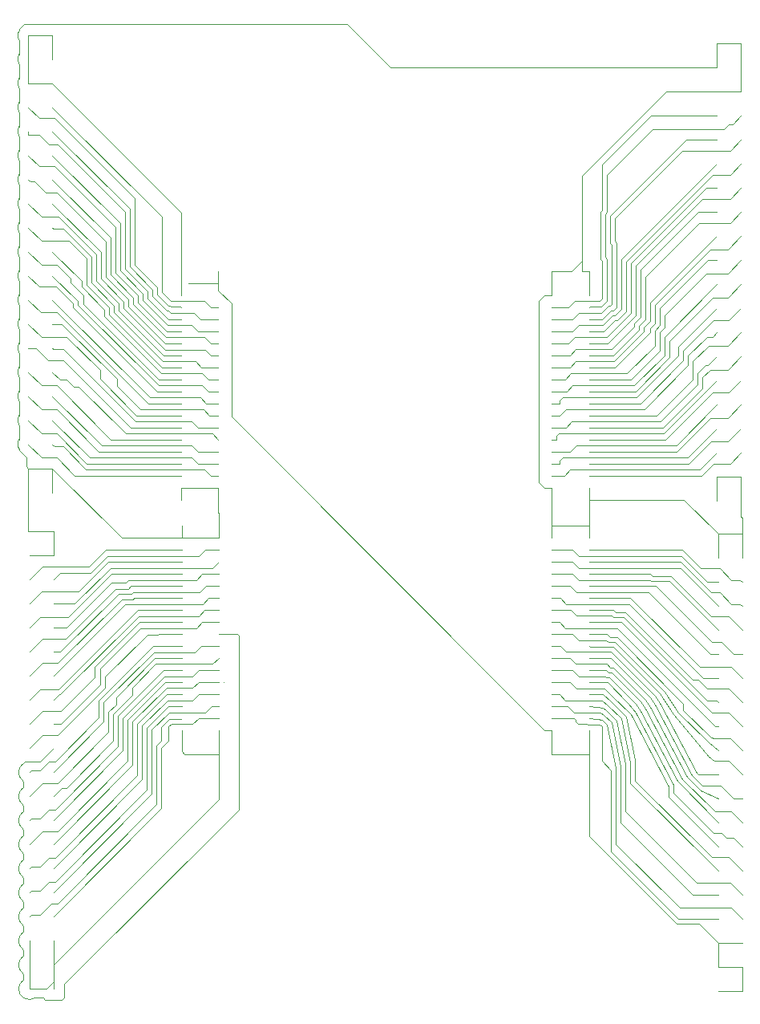
<source format=gtl>
G04*
G04 #@! TF.GenerationSoftware,Altium Limited,Altium Designer,24.0.1 (36)*
G04*
G04 Layer_Physical_Order=1*
G04 Layer_Color=255*
%FSLAX44Y44*%
%MOMM*%
G71*
G04*
G04 #@! TF.SameCoordinates,0A1429B2-28BD-4406-9712-C9141F762160*
G04*
G04*
G04 #@! TF.FilePolarity,Positive*
G04*
G01*
G75*
D10*
X666750Y1188540D02*
G03*
X666750Y1178360I10100J-5090D01*
G01*
Y1137740D02*
G03*
X666750Y1127560I10100J-5090D01*
G01*
Y1061540D02*
G03*
X666750Y1051360I10100J-5090D01*
G01*
Y1264740D02*
G03*
X666750Y1254560I10100J-5090D01*
G01*
Y1036140D02*
G03*
X666750Y1025960I10100J-5090D01*
G01*
Y985340D02*
G03*
X666750Y975160I10100J-5090D01*
G01*
Y934540D02*
G03*
X666750Y924360I10100J-5090D01*
G01*
Y1010740D02*
G03*
X666750Y1000560I10100J-5090D01*
G01*
Y909140D02*
G03*
X666750Y898960I10100J-5090D01*
G01*
Y883740D02*
G03*
X666750Y873560I10100J-5090D01*
G01*
Y1086940D02*
G03*
X666750Y1076760I10100J-5090D01*
G01*
Y1112340D02*
G03*
X666750Y1102160I10100J-5090D01*
G01*
X665956Y1288089D02*
G03*
X666750Y1279960I10894J-3039D01*
G01*
Y858340D02*
G03*
X665954Y850220I10100J-5090D01*
G01*
X666750Y1239340D02*
G03*
X666750Y1229160I10100J-5090D01*
G01*
Y959940D02*
G03*
X666750Y949760I10100J-5090D01*
G01*
Y1163140D02*
G03*
X666750Y1152960I10100J-5090D01*
G01*
Y1213940D02*
G03*
X666750Y1203760I10100J-5090D01*
G01*
X1396484Y523123D02*
G03*
X1398514Y521255I8616J7327D01*
G01*
X670728Y516036D02*
G03*
X670728Y498464I7122J-8786D01*
G01*
X670817Y498375D02*
G03*
X670816Y498376I-1796J-1796D01*
G01*
X670816Y490725D02*
X670817Y490725D01*
X670816Y439925D02*
X670817Y439925D01*
X670728Y465236D02*
G03*
X670728Y447664I7122J-8786D01*
G01*
X670816Y414525D02*
X670817Y414525D01*
Y422175D02*
G03*
X670816Y422176I-1796J-1796D01*
G01*
X670817Y447575D02*
G03*
X670816Y447576I-1796J-1796D01*
G01*
X670817Y320575D02*
G03*
X670816Y320576I-1796J-1796D01*
G01*
X670816Y312925D02*
X670817Y312925D01*
Y345975D02*
G03*
X670816Y345976I-1796J-1796D01*
G01*
X670728Y312836D02*
G03*
X670728Y295264I7122J-8786D01*
G01*
X670728Y414436D02*
G03*
X670728Y396864I7122J-8786D01*
G01*
X670816Y465325D02*
X670817Y465325D01*
Y295175D02*
G03*
X670816Y295176I-1796J-1796D01*
G01*
X670728Y338236D02*
G03*
X670728Y320664I7122J-8786D01*
G01*
X670817Y396775D02*
G03*
X670816Y396776I-1796J-1796D01*
G01*
X670816Y516125D02*
X670817Y516125D01*
X670816Y363725D02*
X670817Y363725D01*
X670728Y439836D02*
G03*
X670728Y422264I7122J-8786D01*
G01*
X670816Y338325D02*
X670817Y338325D01*
X670728Y389036D02*
G03*
X670728Y371464I7122J-8786D01*
G01*
X670728Y490636D02*
G03*
X670728Y473064I7122J-8786D01*
G01*
X670728Y287436D02*
G03*
X671564Y269247I7122J-8786D01*
G01*
X670817Y371375D02*
G03*
X670816Y371376I-1796J-1796D01*
G01*
X670816Y389125D02*
X670817Y389125D01*
Y472975D02*
G03*
X670816Y472976I-1796J-1796D01*
G01*
X670728Y363636D02*
G03*
X670728Y346064I7122J-8786D01*
G01*
X671564Y269247D02*
G03*
X684139Y269250I6285J9403D01*
G01*
X666750Y1112340D02*
Y1127560D01*
Y1264740D02*
Y1279960D01*
Y1239340D02*
Y1254560D01*
Y1086940D02*
Y1102160D01*
Y934540D02*
Y949760D01*
Y1137740D02*
Y1152960D01*
Y1163140D02*
Y1178360D01*
Y909140D02*
Y924360D01*
Y1036140D02*
Y1051360D01*
Y985340D02*
Y1000560D01*
Y1188540D02*
Y1203760D01*
Y883740D02*
Y898960D01*
Y1213940D02*
Y1229160D01*
Y858340D02*
Y873560D01*
Y1061540D02*
Y1076760D01*
X665956Y1288089D02*
X666750Y1290945D01*
X665953Y850220D02*
X666750Y847355D01*
X667481Y846625D01*
X666750Y1010740D02*
Y1025960D01*
X666750Y1290945D02*
X667480Y1291675D01*
X672165Y1296360D01*
X666750Y959940D02*
Y975160D01*
X667481Y846625D02*
X674945Y839160D01*
Y829755D02*
Y839160D01*
Y829755D02*
X676850Y827850D01*
X1013667Y1296360D02*
X1059227Y1250800D01*
X672165Y1296360D02*
X1013667D01*
X1059227Y1250800D02*
X1404100D01*
X838500Y807450D02*
X877500D01*
X838500Y1036050D02*
Y1098000D01*
X702250Y1234250D02*
X838500Y1098000D01*
X877500Y1015588D02*
X891310Y1001778D01*
X877500Y1015588D02*
Y1023350D01*
X891310Y882240D02*
Y1001778D01*
X1222000Y551550D02*
X1229750D01*
X891310Y882240D02*
X1222000Y551550D01*
Y807450D02*
X1229750D01*
X1215940Y813510D02*
X1222000Y807450D01*
X1215940Y813510D02*
Y1004590D01*
X1222000Y1010650D01*
X1229750D01*
X1282540Y985250D02*
X1291646Y994356D01*
X1257752Y979190D02*
X1283665D01*
X1251112Y972550D02*
X1257752Y979190D01*
X1229750Y972550D02*
X1251112D01*
X1268750Y985250D02*
X1282540D01*
X1284509Y972550D02*
X1296154Y984196D01*
X1293750Y989276D02*
X1296578D01*
X1283665Y979190D02*
X1293750Y989276D01*
X1298682Y984196D02*
X1308100Y993613D01*
X1296154Y984196D02*
X1298682D01*
X1282700Y1006962D02*
Y1046542D01*
X1288705Y959850D02*
X1318260Y989405D01*
X1303020Y995717D02*
Y1048120D01*
X1404100Y1149200D01*
X1280308Y1004570D02*
X1282700Y1006962D01*
X1269730Y998930D02*
X1281852D01*
X1268750Y997950D02*
X1269730Y998930D01*
X1291372Y999436D02*
X1292860Y1000924D01*
X1281996Y991890D02*
X1289542Y999436D01*
X1257752Y991890D02*
X1281996D01*
X1313180Y1043912D02*
X1392790Y1123522D01*
X1403821D02*
X1404100Y1123800D01*
X1268750Y959850D02*
X1288705D01*
X1392790Y1123522D02*
X1403821D01*
X1321852Y974364D02*
Y978628D01*
X1326956Y972240D02*
Y976549D01*
X1294474Y994356D02*
X1297940Y997822D01*
X1318260Y989405D02*
Y1041808D01*
X1326956Y976549D02*
X1333500Y983092D01*
X1328420Y1029969D02*
X1385316Y1086866D01*
X1296578Y989276D02*
X1303020Y995717D01*
X1343660Y996442D02*
X1394818Y1047600D01*
X1343260Y971300D02*
X1348740Y976780D01*
X1333500Y983092D02*
Y1002400D01*
X1323340Y1037214D02*
X1384527Y1098400D01*
X1289542Y999436D02*
X1291372D01*
X1333100Y971131D02*
Y975508D01*
X1316772Y980732D02*
X1323340Y987301D01*
X1333100Y975508D02*
X1338580Y980988D01*
X1308100Y1046016D02*
X1399750Y1137666D01*
X1313180Y991509D02*
Y1043912D01*
X1253874Y966340D02*
X1288011D01*
X1313180Y991509D01*
X1328420Y985197D02*
Y1029969D01*
X1292860Y1000924D02*
Y1063640D01*
X1343660Y978884D02*
Y996442D01*
X1287780Y1004858D02*
Y1048646D01*
X1343260Y952230D02*
Y971300D01*
X1321852Y978628D02*
X1328420Y985197D01*
X1338580Y1000252D02*
X1397254Y1058926D01*
X1388718Y1112266D02*
X1417966D01*
X1318260Y1041808D02*
X1388718Y1112266D01*
X1323340Y987301D02*
Y1037214D01*
X1338180Y973404D02*
X1343660Y978884D01*
X1308100Y993613D02*
Y1046016D01*
X1338580Y980988D02*
Y1000252D01*
X1291646Y994356D02*
X1294474D01*
X1254014Y1004570D02*
X1280308D01*
X1399750Y1137666D02*
X1417966D01*
X1316772Y977553D02*
Y980732D01*
X1333500Y1002400D02*
X1404100Y1073000D01*
X1338180Y957384D02*
Y973404D01*
X1348740Y989476D02*
X1392790Y1033526D01*
X1281852Y998930D02*
X1287780Y1004858D01*
X1348740Y976780D02*
Y989476D01*
X1285670Y1050756D02*
Y1096104D01*
X1290750Y1094000D02*
X1371350Y1174600D01*
X1295830Y1091896D02*
X1367000Y1163066D01*
X1295830Y1067854D02*
Y1091896D01*
Y1067854D02*
X1297940Y1065744D01*
X1290750Y1065750D02*
Y1094000D01*
X1371350Y1174600D02*
X1404100D01*
X1280590Y1098208D02*
X1282700Y1100318D01*
X1285670Y1096104D02*
X1287780Y1098214D01*
Y1137370D01*
X1282700Y1100318D02*
Y1148440D01*
X1367000Y1163066D02*
X1417966D01*
X1280590Y1048652D02*
Y1098208D01*
X1334261Y1200000D02*
X1404100D01*
X1411727Y1185926D02*
X1416792Y1190990D01*
X1420490D01*
X1336336Y1185926D02*
X1411727D01*
X1420490Y1190990D02*
X1429500Y1200000D01*
X1285670Y1050756D02*
X1287780Y1048646D01*
X1261110Y1136396D02*
X1350114Y1225400D01*
X1282700Y1148440D02*
X1334261Y1200000D01*
X1287780Y1137370D02*
X1336336Y1185926D01*
X1280590Y1048652D02*
X1282700Y1046542D01*
X1297940Y997822D02*
Y1065744D01*
X1251112Y985250D02*
X1257752Y991890D01*
X1290750Y1065750D02*
X1292860Y1063640D01*
X1229750Y985250D02*
X1251112D01*
X702250Y1208850D02*
X818000Y1093100D01*
X757040Y988262D02*
Y995446D01*
X816932Y928370D02*
X860282D01*
X762120Y990366D02*
Y997551D01*
X818036Y934450D02*
X838500D01*
X797680Y1005096D02*
Y1012280D01*
X792600Y1002991D02*
Y1010176D01*
X787520Y1000887D02*
Y1008071D01*
X782440Y998783D02*
Y1005967D01*
X777360Y996679D02*
Y1003863D01*
X820829Y953210D02*
X863690D01*
X819129Y940541D02*
X853445D01*
X827066Y998930D02*
X837520D01*
X869750Y997950D02*
X877500D01*
X812920Y1011408D02*
Y1018592D01*
X818000Y1013512D02*
Y1093100D01*
X812920Y1011408D02*
X824818Y999510D01*
X826486D01*
X827066Y998930D01*
X772280Y994575D02*
Y1001759D01*
X837520Y998930D02*
X838500Y997950D01*
X818000Y1013512D02*
X826922Y1004590D01*
X823022Y994122D02*
X824690D01*
X826922Y1004590D02*
X863110D01*
X807840Y1009304D02*
X823022Y994122D01*
X807840Y1009304D02*
Y1016488D01*
X824690Y985269D02*
X838481D01*
X838500Y985250D01*
X823585Y979190D02*
X849498D01*
X792600Y1002991D02*
X823022Y972570D01*
X838481D01*
X772280Y994575D02*
X819704Y947150D01*
X821917Y966490D02*
X863110D01*
X767200Y992470D02*
X819129Y940541D01*
X802760Y1007200D02*
X824690Y985269D01*
X732870Y1019616D02*
X757040Y995446D01*
X737950Y1021720D02*
X762120Y997551D01*
Y990366D02*
X818036Y934450D01*
X758270Y1030137D02*
X782440Y1005967D01*
X763350Y1032241D02*
X787520Y1008071D01*
X821373Y959850D02*
X838500D01*
X819704Y947150D02*
X838500D01*
X777360Y996679D02*
X820829Y953210D01*
X863110Y1004590D02*
X869750Y997950D01*
X783670Y1040658D02*
X807840Y1016488D01*
X748110Y1025929D02*
X772280Y1001759D01*
X743030Y1023825D02*
X767200Y999655D01*
Y992470D02*
Y999655D01*
X782440Y998783D02*
X821373Y959850D01*
X778590Y1038554D02*
X802760Y1014384D01*
X797680Y1005096D02*
X823585Y979190D01*
X802760Y1007200D02*
Y1014384D01*
X753190Y1028033D02*
X777360Y1003863D01*
X773510Y1036450D02*
X797680Y1012280D01*
X757040Y988262D02*
X816932Y928370D01*
X768430Y1034346D02*
X792600Y1010176D01*
X787520Y1000887D02*
X821917Y966490D01*
X788750Y1042762D02*
X812920Y1018592D01*
X788750Y1042762D02*
Y1112945D01*
X721090Y1024212D02*
X735302Y1010000D01*
X706879Y1042416D02*
X721090Y1028204D01*
X763350Y1032241D02*
Y1071550D01*
X721090Y1024212D02*
Y1028204D01*
X702250Y1056450D02*
X732870Y1025830D01*
Y1019616D02*
Y1025830D01*
X768430Y1034346D02*
Y1082465D01*
X758270Y1030137D02*
Y1067225D01*
X713560Y1080712D02*
X743030Y1051242D01*
X707644Y1169416D02*
X778590Y1098470D01*
X838481Y972570D02*
X838500Y972550D01*
X704395Y1146500D02*
X768430Y1082465D01*
X690884Y1042416D02*
X706879D01*
X702250Y1132650D02*
X763350Y1071550D01*
X735302Y1001172D02*
Y1010000D01*
X706935Y1118560D02*
X758270Y1067225D01*
X704155Y1197540D02*
X788750Y1112945D01*
X743030Y1023825D02*
Y1051242D01*
X708296Y1093160D02*
X748110Y1053346D01*
X778590Y1038554D02*
Y1098470D01*
X702250Y1183450D02*
X783670Y1102030D01*
X737950Y1021720D02*
Y1049138D01*
X753190Y1028033D02*
Y1056310D01*
X702250Y1158050D02*
X773510Y1086790D01*
X702250Y1107250D02*
X753190Y1056310D01*
X783670Y1040658D02*
Y1102030D01*
X773510Y1036450D02*
Y1086790D01*
X826922Y991890D02*
X851896D01*
X748110Y1025929D02*
Y1053346D01*
X719272Y1067816D02*
X737950Y1049138D01*
X824690Y994122D02*
X826922Y991890D01*
X688160Y1197540D02*
X704155D01*
X676850Y1208850D02*
X688160Y1197540D01*
X851896Y991890D02*
X858536Y985250D01*
X856138Y972550D02*
X877500D01*
X849498Y979190D02*
X856138Y972550D01*
X676850Y1179322D02*
Y1183450D01*
X688163Y1179322D02*
X698069Y1169416D01*
X676850Y1179322D02*
X688163D01*
X698069Y1169416D02*
X707644D01*
X858536Y985250D02*
X877500D01*
X1268750Y439836D02*
Y526150D01*
X1384780Y347570D02*
X1405100Y327250D01*
X1361016Y347570D02*
X1384780D01*
X1268750Y439836D02*
X1361016Y347570D01*
X1229750Y526150D02*
X1268750D01*
Y538850D01*
X1363120Y352650D02*
X1405100D01*
X1292250Y423520D02*
X1363120Y352650D01*
X1292250Y423520D02*
Y509488D01*
X1297800Y561690D02*
X1307490Y515800D01*
X1367361Y500225D02*
X1402004Y465582D01*
X1333360Y576420D02*
X1372441Y502330D01*
X1332682Y586667D02*
X1333426Y585923D01*
X1343520Y580628D02*
X1382601Y506538D01*
X1358420Y568077D02*
X1396484Y523123D01*
X1343586Y590132D02*
X1358420Y568077D01*
X1348666Y592236D02*
X1363500Y570181D01*
X1323266Y581715D02*
X1328280Y574316D01*
X1323200Y572211D02*
X1362281Y498121D01*
X1333426Y585923D02*
X1338440Y578524D01*
X1362281Y498121D02*
X1405100Y454250D01*
X1382601Y506538D02*
X1384089Y505050D01*
X1386743Y488028D02*
X1405100Y479650D01*
X1372441Y502330D02*
X1386743Y488028D01*
X1277480Y575970D02*
X1283176Y575390D01*
X1342842Y590876D02*
X1343586Y590132D01*
X1398514Y521255D02*
X1401467Y519140D01*
X1292295Y634238D02*
X1337762Y588772D01*
X1384089Y505050D02*
X1405100D01*
X1377521Y504434D02*
X1388847Y493108D01*
X1307960Y565899D02*
X1317650Y520009D01*
X1363500Y570181D02*
X1395311Y538370D01*
X1312570Y495980D02*
Y517905D01*
X1395311Y538370D02*
X1405100Y530450D01*
X1338506Y588027D02*
X1343520Y580628D01*
X1253236Y570310D02*
X1281072D01*
X1292471Y612510D02*
X1322522Y582459D01*
X1294575Y617590D02*
X1327602Y584563D01*
X1310179Y580433D02*
X1310923Y579689D01*
X1317442Y580355D02*
X1318186Y579611D01*
X1290367Y607430D02*
X1317442Y580355D01*
X1328280Y574316D02*
X1367361Y500225D01*
X1337762Y588772D02*
X1338506Y588027D01*
X1296504Y644398D02*
X1347922Y592980D01*
X1402004Y465582D02*
X1419168D01*
X1282740Y583010D02*
X1288745Y577930D01*
X1294400Y639318D02*
X1342842Y590876D01*
X1318186Y579611D02*
X1323200Y572211D01*
X1297330Y431335D02*
Y511592D01*
X1302880Y563795D02*
X1312570Y517905D01*
X1292953Y588090D02*
X1313040Y568003D01*
X1347922Y592980D02*
X1348666Y592236D01*
X1268750Y576950D02*
X1277480Y575970D01*
X1307490Y465898D02*
Y515800D01*
X1268750Y589650D02*
X1283900D01*
X1313040Y568003D02*
X1352886Y491957D01*
X1287640Y557482D02*
X1297330Y511592D01*
X1318120Y570107D02*
X1357966Y494061D01*
Y485389D02*
Y494061D01*
X1288745Y577930D02*
X1302880Y563795D01*
X1277480Y563270D02*
X1282432Y562690D01*
X1283900Y589650D02*
X1290849Y583010D01*
X1302410Y453746D02*
Y513696D01*
X1292720Y559586D02*
X1302410Y513696D01*
X1244140Y583010D02*
X1282740D01*
X1388847Y493108D02*
X1408272D01*
X1317650Y498084D02*
Y520009D01*
X1401467Y519140D02*
X1416410D01*
X1282432Y562690D02*
X1287640Y557482D01*
X1282560Y541637D02*
X1282770Y518968D01*
X1280328Y557610D02*
X1282560Y555378D01*
X1290849Y583010D02*
X1307960Y565899D01*
X1310923Y579689D02*
X1318120Y570107D01*
X1254940Y560422D02*
Y562762D01*
X1255361Y595790D02*
X1284944D01*
X1254940Y560422D02*
X1257172Y558190D01*
X1284536Y567770D02*
X1292720Y559586D01*
X1327602Y584563D02*
X1328346Y583819D01*
X1338440Y578524D02*
X1377521Y504434D01*
X1268750Y564250D02*
X1277480Y563270D01*
X1286640Y572850D02*
X1297800Y561690D01*
X1352886Y481064D02*
Y491957D01*
X1276381Y557610D02*
X1280328D01*
X1322522Y582459D02*
X1323266Y581715D01*
X1257172Y558190D02*
X1276381Y557610D01*
X1291599Y627750D02*
X1332682Y586667D01*
X1282560Y541637D02*
Y555378D01*
X1288263Y602350D02*
X1310179Y580433D01*
X1283176Y575390D02*
X1286640Y572850D01*
X1328346Y583819D02*
X1333360Y576420D01*
X1282770Y518968D02*
X1292250Y509488D01*
X1281072Y570310D02*
X1284536Y567770D01*
X1253452Y564250D02*
X1254940Y562762D01*
X1229750Y564250D02*
X1253452D01*
X1284944Y595790D02*
X1292953Y588090D01*
X1297330Y431335D02*
X1364683Y363982D01*
X1302410Y453746D02*
X1378106Y378050D01*
X1307490Y465898D02*
X1382736Y390652D01*
X1400415Y442940D02*
X1409087D01*
X1352886Y481064D02*
X1405100Y428850D01*
X1317650Y498084D02*
X1398412Y417322D01*
X1414167Y437860D02*
X1421490D01*
X1312570Y495980D02*
X1405100Y403450D01*
X1357966Y485389D02*
X1400415Y442940D01*
X1409087D02*
X1414167Y437860D01*
X1268750Y742050D02*
X1367453D01*
X1387163Y722340D01*
X1407005D01*
X1419190Y710155D02*
X1428595D01*
X1430500Y708250D01*
X1407005Y722340D02*
X1419190Y710155D01*
X1353520Y709030D02*
X1405100Y657450D01*
X1333166Y710010D02*
X1334146Y709030D01*
X1257752Y710010D02*
X1333166D01*
X1251112Y716650D02*
X1257752Y710010D01*
X1333710Y716650D02*
X1336250Y714110D01*
X1355625D01*
X1229750Y716650D02*
X1251112D01*
X1398194Y671540D02*
X1416410D01*
X1355625Y714110D02*
X1398194Y671540D01*
X1334146Y709030D02*
X1353520D01*
X1339226Y703950D02*
X1398524Y644652D01*
X1268750Y703950D02*
X1339226D01*
X1255638Y697484D02*
X1331468D01*
X1396902Y632050D01*
X1404822Y708528D02*
X1405100Y708250D01*
X1393790Y708528D02*
X1404822D01*
X1366909Y735410D02*
X1393790Y708528D01*
X1257752Y735410D02*
X1366909D01*
X1251112Y742050D02*
X1257752Y735410D01*
X1229750Y742050D02*
X1251112D01*
X1365240Y722710D02*
X1405100Y682850D01*
X1257752Y722710D02*
X1365240D01*
X1398194Y696940D02*
X1407005D01*
X1268750Y729350D02*
X1365784D01*
X1398194Y696940D01*
X1407005D02*
X1419190Y684755D01*
X1428595D01*
X1430500Y682850D01*
X1268750Y716650D02*
X1333710D01*
X1251112Y729350D02*
X1257752Y722710D01*
X1229750Y729350D02*
X1251112D01*
X1416410Y671540D02*
X1430500Y657450D01*
X1416410Y569940D02*
X1430500Y555850D01*
X1303150Y665850D02*
X1399060Y569940D01*
X1268750Y665850D02*
X1303150D01*
X1305254Y670930D02*
X1393790Y582394D01*
X1403956D02*
X1405100Y581250D01*
X1296784Y676010D02*
X1307359D01*
X1378452Y604917D02*
X1384085D01*
X1307359Y676010D02*
X1378452Y604917D01*
X1294457Y670930D02*
X1305254D01*
X1294244Y678550D02*
X1296784Y676010D01*
X1399060Y569940D02*
X1416410D01*
X1393790Y582394D02*
X1403956D01*
X1293049Y672338D02*
X1294457Y670930D01*
X1255500Y672338D02*
X1293049D01*
X1244140Y659210D02*
X1298992D01*
X1402352Y555850D01*
X1384085Y604917D02*
X1393879Y595122D01*
X1291387Y649478D02*
X1298608D01*
X1270182Y639318D02*
X1294400D01*
X1289283Y644398D02*
X1296504D01*
X1244716Y634238D02*
X1292295D01*
X1298608Y649478D02*
X1368580Y579506D01*
X1229750Y665850D02*
X1237500D01*
X1244140Y659210D01*
X1402352Y555850D02*
X1405100D01*
X1251112Y653150D02*
X1257752Y646510D01*
X1399285Y543450D02*
X1399682Y543052D01*
X1229750Y653150D02*
X1251112D01*
X1397415Y543450D02*
X1399285D01*
X1257752Y646510D02*
X1287171D01*
X1287715Y653150D02*
X1291387Y649478D01*
X1287171Y646510D02*
X1289283Y644398D01*
X1399682Y543052D02*
X1417898D01*
X1368580Y572285D02*
Y579506D01*
Y572285D02*
X1397415Y543450D01*
X1268750Y627750D02*
X1291599D01*
X1287471Y621339D02*
X1291220Y617590D01*
X1255051Y621339D02*
X1287471D01*
X1286575Y615050D02*
X1289115Y612510D01*
X1268750Y615050D02*
X1286575D01*
X1268750Y640750D02*
X1270182Y639318D01*
X1268750Y640450D02*
Y640750D01*
X1416410Y519140D02*
X1430500Y505050D01*
X1238504Y640450D02*
X1244716Y634238D01*
X1268750Y653150D02*
X1287715D01*
X1268750Y678550D02*
X1294244D01*
X1291220Y617590D02*
X1294575D01*
X1229750Y615050D02*
X1251112D01*
X1257752Y608410D02*
X1286031D01*
X1287011Y607430D02*
X1290367D01*
X1286031Y608410D02*
X1287011Y607430D01*
X1251112Y615050D02*
X1257752Y608410D01*
X1289115Y612510D02*
X1292471D01*
X1268750Y602350D02*
X1288263D01*
X1229750Y589650D02*
X1237500D01*
X1244140Y583010D01*
X1246596Y576950D02*
X1253236Y570310D01*
X1398412Y417322D02*
X1416628D01*
X1405100Y301850D02*
Y327250D01*
X869750Y959850D02*
X877500D01*
X863110Y966490D02*
X869750Y959850D01*
X676850Y1158050D02*
X688400Y1146500D01*
X704395D01*
X695190Y1118560D02*
X706935D01*
X679234Y1130266D02*
X683484D01*
X695190Y1118560D01*
X676850Y1132650D02*
X679234Y1130266D01*
X702250Y1081850D02*
X703388Y1080712D01*
X690940Y1093160D02*
X708296D01*
X690884Y1067816D02*
X719272D01*
X703388Y1080712D02*
X713560D01*
X869750Y947150D02*
X877500D01*
X863690Y953210D02*
X869750Y947150D01*
X676850Y1107250D02*
X690940Y1093160D01*
X702250Y954850D02*
X703461Y953640D01*
X713560D02*
X789609Y877590D01*
X849498D01*
X703461Y953640D02*
X713560D01*
X856138Y870950D02*
X877500D01*
X849498Y877590D02*
X856138Y870950D01*
X770482Y914765D02*
Y922143D01*
X752315Y922069D02*
X790733Y883650D01*
X794977Y890270D02*
X861568D01*
X790733Y883650D02*
X838500D01*
X752315Y922069D02*
Y931390D01*
X770482Y914765D02*
X794977Y890270D01*
X717489Y966216D02*
X752315Y931390D01*
X764045Y858250D02*
X838500D01*
X706935Y915360D02*
X764045Y858250D01*
X690940Y915360D02*
X706935D01*
X676850Y929450D02*
X690940Y915360D01*
X710265Y921435D02*
X717490D01*
X702250Y929450D02*
X710265Y921435D01*
X730186Y914210D02*
X779896Y864500D01*
X871250D01*
X713385Y942169D02*
X784604Y870950D01*
X838500D01*
X856138Y845550D02*
X877500D01*
X849498Y852190D02*
X856138Y845550D01*
X754110Y852190D02*
X849498D01*
X702250Y904050D02*
X754110Y852190D01*
X871250Y864500D02*
X877500Y858250D01*
X706935Y889960D02*
X751345Y845550D01*
X838500D01*
X690940Y889960D02*
X706935D01*
X676850Y904050D02*
X690940Y889960D01*
X849498Y839490D02*
X856138Y832850D01*
X741410Y839490D02*
X849498D01*
X856138Y832850D02*
X877500D01*
X702250Y878650D02*
X741410Y839490D01*
X869750Y820150D02*
X877500D01*
X863110Y826790D02*
X869750Y820150D01*
X737521Y826790D02*
X863110D01*
X713445Y850866D02*
X737521Y826790D01*
X704634Y850866D02*
X713445D01*
X702250Y853250D02*
X704634Y850866D01*
X706879Y864616D02*
X738645Y832850D01*
X838500D01*
X690940Y839160D02*
X706935D01*
X676850Y853250D02*
X690940Y839160D01*
X725945Y820150D02*
X838500D01*
X706935Y839160D02*
X725945Y820150D01*
X712328Y267340D02*
X714560Y269572D01*
X694172Y267340D02*
X712328D01*
X899000Y468000D02*
Y651612D01*
X714560Y269572D02*
Y283560D01*
X899000Y468000D01*
X897512Y653100D02*
X899000Y651612D01*
X877750Y653100D02*
X897512D01*
X673049Y518668D02*
X689268D01*
X671561Y517180D02*
X673049Y518668D01*
X671561Y516869D02*
X671561Y517180D01*
X670817Y516125D02*
X671561Y516869D01*
X670817Y498375D02*
X671561Y497631D01*
X670817Y490725D02*
X671561Y491469D01*
X670728Y516036D02*
X670816Y516125D01*
X670728Y490636D02*
X670816Y490725D01*
X670728Y439836D02*
X670816Y439925D01*
X670817Y396775D02*
X671561Y396031D01*
X670728Y320664D02*
X670816Y320576D01*
X670817Y338325D02*
X671561Y339069D01*
X670728Y465236D02*
X670816Y465325D01*
X670728Y346064D02*
X670816Y345976D01*
X670817Y414525D02*
X671561Y415269D01*
X670728Y473064D02*
X670816Y472976D01*
X670817Y320575D02*
X671561Y319831D01*
X670728Y389036D02*
X670816Y389125D01*
X670728Y312836D02*
X670816Y312925D01*
X670817Y345975D02*
X671561Y345231D01*
X670817Y371375D02*
X671561Y370631D01*
X670817Y422175D02*
X671561Y421431D01*
X670728Y295264D02*
X670816Y295176D01*
X670817Y389125D02*
X671561Y389869D01*
X670817Y439925D02*
X671561Y440669D01*
Y313669D02*
Y319831D01*
Y339069D02*
Y345231D01*
X670817Y465325D02*
X671561Y466069D01*
X670817Y295175D02*
X671561Y294431D01*
Y389869D02*
Y396031D01*
X670728Y414436D02*
X670816Y414525D01*
X671561Y415269D02*
Y421431D01*
X670817Y312925D02*
X671561Y313669D01*
Y288269D02*
Y294431D01*
X670728Y422264D02*
X670816Y422176D01*
X670728Y287436D02*
X671561Y288269D01*
X670728Y396864D02*
X670816Y396776D01*
X670728Y338236D02*
X670816Y338325D01*
X670728Y363636D02*
X670816Y363725D01*
X671561Y440669D02*
Y446831D01*
X670817Y447575D02*
X671561Y446831D01*
Y466069D02*
Y472231D01*
X670728Y498464D02*
X670816Y498376D01*
X670728Y447664D02*
X670816Y447576D01*
X670817Y472975D02*
X671561Y472231D01*
X670728Y371464D02*
X670816Y371376D01*
X671561Y364469D02*
Y370631D01*
Y491469D02*
Y497631D01*
X670817Y363725D02*
X671561Y364469D01*
X684139Y269250D02*
X692262D01*
X694172Y267340D01*
X852588Y633760D02*
X859228Y640400D01*
X809339Y633760D02*
X852588D01*
X756412Y580833D02*
X809339Y633760D01*
X859228Y640400D02*
X877750D01*
X811447Y621500D02*
X871550D01*
X786130Y596183D02*
X811447Y621500D01*
X705394Y518800D02*
X751332Y564738D01*
X679755Y509155D02*
X689160D01*
X698805Y518800D01*
X751332Y582938D02*
X808794Y640400D01*
X838750D01*
X698805Y518800D02*
X705394D01*
X703250Y507250D02*
X756412Y560412D01*
X751332Y564738D02*
Y582938D01*
X786130Y588359D02*
Y596183D01*
X769195Y586432D02*
X810463Y627700D01*
X769195Y578609D02*
Y586432D01*
X677850Y507250D02*
X679755Y509155D01*
X810463Y627700D02*
X838750D01*
X756412Y560412D02*
Y580833D01*
X771652Y566698D02*
X819954Y615000D01*
X838750D01*
X781812Y562489D02*
X821623Y602300D01*
X820499Y608360D02*
X849748D01*
X776732Y564594D02*
X820499Y608360D01*
X821623Y602300D02*
X838750D01*
X752698Y599536D02*
Y616688D01*
X757915Y596705D02*
Y607898D01*
X711212Y558050D02*
X752698Y599536D01*
X707950Y546740D02*
X757915Y596705D01*
X691940Y495940D02*
X707935D01*
X677850Y481850D02*
X691940Y495940D01*
X707935D02*
X761492Y549498D01*
Y570906D02*
X769195Y578609D01*
X761492Y549498D02*
Y570906D01*
X766572Y568802D02*
X786130Y588359D01*
X871550Y621500D02*
X877750Y627700D01*
X703250Y481850D02*
X712128Y490728D01*
X716860D02*
X766572Y540440D01*
Y568802D01*
X712128Y490728D02*
X716860D01*
X705394Y468000D02*
X771652Y534258D01*
Y566698D01*
X698805Y468000D02*
X705394D01*
X689160Y458355D02*
X698805Y468000D01*
X679755Y458355D02*
X689160D01*
X677850Y456450D02*
X679755Y458355D01*
X822747Y596240D02*
X850328D01*
X786892Y560385D02*
X822747Y596240D01*
X849748Y608360D02*
X856388Y615000D01*
X776732Y529932D02*
Y564594D01*
X703250Y456450D02*
X776732Y529932D01*
X856388Y615000D02*
X877750D01*
X807237Y551993D02*
X825504Y570260D01*
X817397Y554969D02*
X825648Y563220D01*
X797052Y499452D02*
Y556177D01*
X791972Y503778D02*
Y558281D01*
X817397Y540260D02*
Y554969D01*
X802132Y554073D02*
X824940Y576881D01*
X802132Y488538D02*
Y554073D01*
X807237Y484237D02*
Y551993D01*
X786892Y514692D02*
Y560385D01*
X797052Y556177D02*
X823835Y582960D01*
X781812Y519018D02*
Y562489D01*
X791972Y558281D02*
X823291Y589600D01*
X703250Y431050D02*
X786892Y514692D01*
X856388Y602300D02*
X877750D01*
X707935Y445140D02*
X781812Y519018D01*
X850328Y596240D02*
X856388Y602300D01*
X691940Y445140D02*
X707935D01*
X677850Y431050D02*
X691940Y445140D01*
X705394Y417200D02*
X791972Y503778D01*
X679755Y407555D02*
X689160D01*
X698805Y417200D01*
X823291Y589600D02*
X838750D01*
X677850Y405650D02*
X679755Y407555D01*
X698805Y417200D02*
X705394D01*
X703250Y405650D02*
X797052Y499452D01*
X823835Y582960D02*
X849748D01*
X856388Y589600D02*
X877750D01*
X849748Y582960D02*
X856388Y589600D01*
X838731Y576881D02*
X838750Y576900D01*
X824940Y576881D02*
X838731D01*
X825504Y570260D02*
X863360D01*
X705394Y391800D02*
X802132Y488538D01*
X698805Y391800D02*
X705394D01*
X689160Y382155D02*
X698805Y391800D01*
X679755Y382155D02*
X689160D01*
X677850Y380250D02*
X679755Y382155D01*
X870000Y576900D02*
X877750D01*
X863360Y570260D02*
X870000Y576900D01*
X703250Y380250D02*
X807237Y484237D01*
X856388Y564200D02*
X877750D01*
X850328Y558140D02*
X856388Y564200D01*
X812317Y473322D02*
Y535179D01*
X817397Y540260D01*
Y468997D02*
Y533075D01*
X824940Y540619D01*
X825648Y563220D02*
X837770D01*
X701345Y368940D02*
X707935D01*
X689160Y356755D02*
X701345Y368940D01*
X827752Y558140D02*
X850328D01*
X677850Y354850D02*
X679755Y356755D01*
X689160D01*
X837770Y563220D02*
X838750Y564200D01*
X707935Y368940D02*
X812317Y473322D01*
X824940Y540619D02*
Y555328D01*
X827752Y558140D01*
X703250Y354850D02*
X817397Y468997D01*
X877750Y526100D02*
Y538800D01*
Y478550D02*
Y526100D01*
X703250Y304050D02*
X877750Y478550D01*
X838750Y529250D02*
Y538800D01*
Y529250D02*
X841900Y526100D01*
X877750D01*
X883412Y602300D02*
Y602488D01*
X1237488Y896350D02*
Y899160D01*
X1234440Y858250D02*
Y861822D01*
X1237488Y832850D02*
Y835660D01*
X1261110Y1036050D02*
Y1046480D01*
X676656Y761250D02*
Y802256D01*
X703250Y286118D02*
Y304050D01*
Y278650D02*
Y286118D01*
X695782Y278650D02*
X703250Y286118D01*
X846074Y1023350D02*
X877500D01*
X1398524Y644652D02*
X1408938D01*
X1421540Y632050D01*
X1430500D01*
X1389536Y606650D02*
X1405100D01*
X1311402Y684784D02*
X1389536Y606650D01*
X1244716Y684784D02*
X1311402D01*
X1238250Y691250D02*
X1244716Y684784D01*
X1229750Y691250D02*
X1238250D01*
X1249288Y678550D02*
X1255500Y672338D01*
X1229750Y678550D02*
X1249288D01*
X1417898Y543052D02*
X1430500Y530450D01*
X1408272Y493108D02*
X1421730Y479650D01*
X1430500D01*
X1229750Y576950D02*
X1246596D01*
X1378106Y378050D02*
X1405100D01*
X1364683Y363982D02*
X1419168D01*
X1430500Y352650D01*
X677850Y685050D02*
X690538Y697738D01*
X729815D01*
X761377Y729300D01*
X838750D01*
X703250Y685050D02*
X725742D01*
X763576Y722884D01*
X871334D01*
X877750Y729300D01*
X764606Y716600D02*
X838750D01*
X719074Y671068D02*
X764606Y716600D01*
X689268Y671068D02*
X719074D01*
X677850Y659650D02*
X689268Y671068D01*
X860419Y716600D02*
X877750D01*
X854003Y710184D02*
X860419Y716600D01*
X782288Y710184D02*
X854003D01*
X779548Y707445D02*
X782288Y710184D01*
X764539Y707445D02*
X779548D01*
X716745Y659650D02*
X764539Y707445D01*
X703250Y659650D02*
X716745D01*
X677850Y634250D02*
X691808Y648208D01*
X716026D01*
X768670Y700852D01*
X782203D01*
X785251Y703900D01*
X838750D01*
X867156Y691200D02*
X877750D01*
X860740Y684784D02*
X867156Y691200D01*
X779184Y684784D02*
X860740D01*
X703250Y608850D02*
X779184Y684784D01*
X703250Y558050D02*
X711212D01*
X752698Y616688D02*
X795394Y659384D01*
X853948D01*
X860364Y665800D01*
X877750D01*
X803875Y896350D02*
X838500D01*
X707339Y992886D02*
X803875Y896350D01*
X689614Y992886D02*
X707339D01*
X676850Y1005650D02*
X689614Y992886D01*
X864600Y896350D02*
X877500D01*
X858234Y902716D02*
X864600Y896350D01*
X805184Y902716D02*
X858234D01*
X702250Y1005650D02*
X805184Y902716D01*
X697937Y942169D02*
X713385D01*
X685256Y954850D02*
X697937Y942169D01*
X676850Y954850D02*
X685256D01*
X676850Y878650D02*
X690884Y864616D01*
X706879D01*
X724715Y914210D02*
X730186D01*
X717490Y921435D02*
X724715Y914210D01*
X676850Y980250D02*
X690884Y966216D01*
X717489D01*
X775400Y754700D02*
X838750D01*
X702250Y827850D02*
X775400Y754700D01*
X689268Y518668D02*
X703250Y532650D01*
X868188Y883650D02*
X877500D01*
X861568Y890270D02*
X868188Y883650D01*
X712375Y980250D02*
X770482Y922143D01*
X702250Y980250D02*
X712375D01*
X1229750Y1036050D02*
X1250680D01*
X1261110Y1046480D01*
Y1136396D01*
X676850Y1081850D02*
X690884Y1067816D01*
X866902Y921750D02*
X877500D01*
X860282Y928370D02*
X866902Y921750D01*
X814724D02*
X838500D01*
X735302Y1001172D02*
X814724Y921750D01*
X676850Y1056450D02*
X690884Y1042416D01*
X866632Y909050D02*
X877500D01*
X860520Y915162D02*
X866632Y909050D01*
X814128Y915162D02*
X860520D01*
X729161Y1000129D02*
X814128Y915162D01*
X729161Y1000129D02*
Y1004139D01*
X702250Y1031050D02*
X729161Y1004139D01*
X813055Y909050D02*
X838500D01*
X724018Y998087D02*
X813055Y909050D01*
X724018Y998087D02*
Y1001912D01*
X706374Y1019556D02*
X724018Y1001912D01*
X688344Y1019556D02*
X706374D01*
X676850Y1031050D02*
X688344Y1019556D01*
X853445Y940541D02*
X859536Y934450D01*
X877500D01*
X864174Y703900D02*
X877750D01*
X857758Y697484D02*
X864174Y703900D01*
X787400Y697484D02*
X857758D01*
X785687Y695771D02*
X787400Y697484D01*
X772275Y695771D02*
X785687D01*
X710754Y634250D02*
X772275Y695771D01*
X703250Y634250D02*
X710754D01*
X677850Y278650D02*
X695782D01*
X677850Y304050D02*
Y329450D01*
X814310Y653100D02*
X838750D01*
X813642Y652432D02*
X814310Y653100D01*
X802449Y652432D02*
X813642D01*
X757915Y607898D02*
X802449Y652432D01*
X691940Y546740D02*
X707950D01*
X677850Y532650D02*
X691940Y546740D01*
X794228Y665800D02*
X838750D01*
X746486Y618058D02*
X794228Y665800D01*
X746486Y607294D02*
Y618058D01*
X711200Y572008D02*
X746486Y607294D01*
X691808Y572008D02*
X711200D01*
X677850Y558050D02*
X691808Y572008D01*
X703250Y583450D02*
X709300Y589500D01*
X710695D01*
X793279Y672084D01*
X856488D01*
X862904Y678500D01*
X877750D01*
X677850Y583450D02*
X689268Y594868D01*
X708406D01*
X792038Y678500D01*
X838750D01*
X788301Y691200D02*
X838750D01*
X786965Y689864D02*
X788301Y691200D01*
X775105Y689864D02*
X786965D01*
X708049Y622808D02*
X775105Y689864D01*
X691808Y622808D02*
X708049D01*
X677850Y608850D02*
X691808Y622808D01*
X863600Y742000D02*
X877750D01*
X857184Y735584D02*
X863600Y742000D01*
X760476Y735584D02*
X857184D01*
X742668Y717776D02*
X760476Y735584D01*
X710575Y717776D02*
X742668D01*
X703250Y710450D02*
X710575Y717776D01*
X1416628Y417322D02*
X1430500Y403450D01*
X1248802Y602350D02*
X1255361Y595790D01*
X1229750Y602350D02*
X1248802D01*
X1417898Y390652D02*
X1430500Y378050D01*
X1382736Y390652D02*
X1417898D01*
X758698Y742000D02*
X838750D01*
X740852Y724154D02*
X758698Y742000D01*
X691554Y724154D02*
X740852D01*
X677850Y710450D02*
X691554Y724154D01*
X1421490Y437860D02*
X1430500Y428850D01*
X1419168Y465582D02*
X1430500Y454250D01*
X1248641Y627750D02*
X1255051Y621339D01*
X1229750Y627750D02*
X1248641D01*
X1419168Y617982D02*
X1430500Y606650D01*
X1385940Y617982D02*
X1419168D01*
X1312672Y691250D02*
X1385940Y617982D01*
X1268750Y691250D02*
X1312672D01*
X1393879Y595122D02*
X1416628D01*
X1430500Y581250D01*
X1229750Y703950D02*
X1249172D01*
X1255638Y697484D01*
X1396902Y632050D02*
X1405100D01*
X1229750Y640450D02*
X1238504D01*
X1229750Y997950D02*
X1247394D01*
X1254014Y1004570D01*
X1417966Y1163066D02*
X1429500Y1174600D01*
X1268750Y972550D02*
X1284509D01*
X1417966Y1137666D02*
X1429500Y1149200D01*
X1229750Y959850D02*
X1247384D01*
X1253874Y966340D01*
X1417966Y1112266D02*
X1429500Y1123800D01*
X1229750Y947150D02*
X1248648D01*
X1254760Y953262D01*
X1292480D01*
X1316772Y977553D01*
X1384527Y1098400D02*
X1404100D01*
X1268750Y947150D02*
X1294638D01*
X1321852Y974364D01*
X1385316Y1086866D02*
X1417966D01*
X1429500Y1098400D01*
X1229750Y934450D02*
X1248648D01*
X1254760Y940562D01*
X1295279D01*
X1326956Y972240D01*
X1268750Y934450D02*
X1296419D01*
X1333100Y971131D01*
X1397254Y1058926D02*
X1415426D01*
X1429500Y1073000D01*
X1229750Y921750D02*
X1243568D01*
X1249934Y928116D01*
X1308911D01*
X1338180Y957384D01*
X1394818Y1047600D02*
X1404100D01*
X1268750Y921750D02*
X1312780D01*
X1343260Y952230D01*
X1392790Y1033526D02*
X1415426D01*
X1429500Y1047600D01*
X1229750Y909050D02*
X1245600D01*
X1251712Y915162D01*
X1316627D01*
X1348615Y947150D01*
Y966715D01*
X1404100Y1022200D01*
X1268750Y909050D02*
X1317865D01*
X1353695Y944880D01*
Y962491D01*
X1399330Y1008126D01*
X1415426D01*
X1429500Y1022200D01*
X1229750Y896350D02*
X1237488D01*
Y899160D02*
X1240790Y902462D01*
X1319167D01*
X1363280Y946576D01*
Y955981D01*
X1404100Y996800D01*
X1268750Y896350D02*
X1323215D01*
X1368360Y941496D01*
Y952309D01*
X1400048Y983996D01*
X1416696D01*
X1429500Y996800D01*
X1229750Y883650D02*
X1237726D01*
X1244346Y890270D01*
X1327295D01*
X1373441Y936416D01*
Y946467D01*
X1393698Y966724D01*
X1399424D01*
X1404100Y971400D01*
X1268750Y883650D02*
X1340479D01*
X1378521Y921691D01*
Y940864D01*
X1394982Y957326D01*
X1415426D01*
X1429500Y971400D01*
X1229750Y870950D02*
X1244330D01*
X1250696Y877316D01*
X1344305D01*
X1383600Y916611D01*
Y928164D01*
X1391782Y936346D01*
X1394446D01*
X1404100Y946000D01*
X1268750Y870950D02*
X1347164D01*
X1388681Y912467D01*
Y923606D01*
X1397000Y931926D01*
X1415426D01*
X1429500Y946000D01*
X1229750Y858250D02*
X1234440D01*
Y861822D02*
X1236980Y864362D01*
X1347862D01*
X1404100Y920600D01*
X1268750Y858250D02*
X1349848D01*
X1399140Y907542D01*
X1416442D01*
X1429500Y920600D01*
X1229750Y845550D02*
X1248641D01*
X1255260Y852170D01*
X1361070D01*
X1404100Y895200D01*
X1268750Y845550D02*
X1361678D01*
X1397238Y881110D01*
X1415410D01*
X1429500Y895200D01*
X1229750Y832850D02*
X1237488D01*
Y835660D02*
X1240790Y838962D01*
X1373262D01*
X1404100Y869800D01*
X1268750Y832850D02*
X1374385D01*
X1397831Y856296D01*
X1415996D01*
X1429500Y869800D01*
X1229750Y820150D02*
X1242552D01*
X1248664Y826262D01*
X1385962D01*
X1404100Y844400D01*
X1268750Y820150D02*
X1387840D01*
X1400556Y832866D01*
X1417966D01*
X1429500Y844400D01*
X877750Y538800D02*
Y551500D01*
X838750Y538800D02*
Y551500D01*
X677850Y278650D02*
Y304050D01*
X703250D02*
Y329450D01*
X877500Y794750D02*
Y807450D01*
Y781046D02*
Y794750D01*
Y781046D02*
X877750Y780796D01*
Y767400D02*
Y780796D01*
X677850Y735850D02*
X703250D01*
X877750Y754700D02*
Y767400D01*
X703250Y735850D02*
Y761250D01*
X838750Y754700D02*
X877750D01*
X677850Y761250D02*
X703250D01*
X838750Y754700D02*
Y767400D01*
X1430500Y733650D02*
Y759050D01*
X1405100D02*
X1430500D01*
X676656Y761250D02*
X677850D01*
X676656Y802256D02*
X676850Y802450D01*
X1405100Y733650D02*
Y759050D01*
X676850Y802450D02*
Y827850D01*
X1369400Y794750D02*
X1405100Y759050D01*
X1268750Y794750D02*
X1369400D01*
X1430500Y759050D02*
Y775716D01*
X1429500Y776716D02*
X1430500Y775716D01*
X1429500Y776716D02*
Y793600D01*
X838500Y794750D02*
Y807450D01*
X676850Y827850D02*
X702250D01*
X1268750Y767450D02*
Y794750D01*
Y807450D01*
X1429500Y793600D02*
Y819000D01*
X702250Y802450D02*
Y827850D01*
X1268750Y754750D02*
Y767450D01*
X1229750D02*
X1268750D01*
X1404100Y819000D02*
X1429500D01*
X1229750Y754750D02*
Y767450D01*
Y794750D01*
X1404100Y793600D02*
Y819000D01*
X1229750Y794750D02*
Y807450D01*
Y1010650D02*
Y1023350D01*
Y1036050D01*
X1268750Y1023350D02*
Y1036050D01*
X1261110D02*
X1268750D01*
X1350114Y1225400D02*
X1404100D01*
X1268750Y1010650D02*
Y1023350D01*
X1404100Y1225400D02*
X1429500D01*
Y1250800D01*
Y1276200D01*
X1404100D02*
X1429500D01*
X1404100Y1250800D02*
Y1276200D01*
X676850Y1234250D02*
Y1259650D01*
Y1234250D02*
X702250D01*
X676850Y1259650D02*
Y1285050D01*
X702250D01*
Y1259650D02*
Y1285050D01*
X1405100Y301850D02*
X1430500D01*
Y276450D02*
Y301850D01*
X1405100Y276450D02*
X1430500D01*
X1229750Y538850D02*
Y551550D01*
Y526150D02*
Y538850D01*
X1268750D02*
Y551550D01*
X1405100Y327250D02*
X1430500D01*
X877500Y1023350D02*
Y1036050D01*
X838500Y1010650D02*
Y1023350D01*
Y1036050D01*
D11*
X1229750Y526150D02*
D03*
Y538850D02*
D03*
Y551550D02*
D03*
Y564250D02*
D03*
Y602350D02*
D03*
Y589650D02*
D03*
Y576950D02*
D03*
Y615050D02*
D03*
Y627750D02*
D03*
Y640450D02*
D03*
Y653150D02*
D03*
Y665850D02*
D03*
Y703950D02*
D03*
Y691250D02*
D03*
Y678550D02*
D03*
Y716650D02*
D03*
Y729350D02*
D03*
Y742050D02*
D03*
Y754750D02*
D03*
Y767450D02*
D03*
X1268750Y526150D02*
D03*
Y538850D02*
D03*
Y551550D02*
D03*
Y564250D02*
D03*
Y602350D02*
D03*
Y589650D02*
D03*
Y576950D02*
D03*
Y615050D02*
D03*
Y627750D02*
D03*
Y640450D02*
D03*
Y653150D02*
D03*
Y665850D02*
D03*
Y703950D02*
D03*
Y691250D02*
D03*
Y678550D02*
D03*
Y716650D02*
D03*
Y729350D02*
D03*
Y742050D02*
D03*
Y754750D02*
D03*
Y767450D02*
D03*
X838750Y526100D02*
D03*
Y538800D02*
D03*
Y551500D02*
D03*
Y564200D02*
D03*
Y602300D02*
D03*
Y589600D02*
D03*
Y576900D02*
D03*
Y615000D02*
D03*
Y627700D02*
D03*
Y640400D02*
D03*
Y653100D02*
D03*
Y665800D02*
D03*
Y703900D02*
D03*
Y691200D02*
D03*
Y678500D02*
D03*
Y716600D02*
D03*
Y729300D02*
D03*
Y742000D02*
D03*
Y754700D02*
D03*
Y767400D02*
D03*
X877750Y526100D02*
D03*
Y538800D02*
D03*
Y551500D02*
D03*
Y564200D02*
D03*
Y602300D02*
D03*
Y589600D02*
D03*
Y576900D02*
D03*
Y615000D02*
D03*
Y627700D02*
D03*
Y640400D02*
D03*
Y653100D02*
D03*
Y665800D02*
D03*
Y703900D02*
D03*
Y691200D02*
D03*
Y678500D02*
D03*
Y716600D02*
D03*
Y729300D02*
D03*
Y742000D02*
D03*
Y754700D02*
D03*
Y767400D02*
D03*
X1229750Y794750D02*
D03*
Y807450D02*
D03*
Y820150D02*
D03*
Y832850D02*
D03*
Y870950D02*
D03*
Y858250D02*
D03*
Y845550D02*
D03*
Y883650D02*
D03*
Y896350D02*
D03*
Y909050D02*
D03*
Y921750D02*
D03*
Y934450D02*
D03*
Y972550D02*
D03*
Y959850D02*
D03*
Y947150D02*
D03*
Y985250D02*
D03*
Y997950D02*
D03*
Y1010650D02*
D03*
Y1023350D02*
D03*
Y1036050D02*
D03*
X1268750Y794750D02*
D03*
Y807450D02*
D03*
Y820150D02*
D03*
Y832850D02*
D03*
Y870950D02*
D03*
Y858250D02*
D03*
Y845550D02*
D03*
Y883650D02*
D03*
Y896350D02*
D03*
Y909050D02*
D03*
Y921750D02*
D03*
Y934450D02*
D03*
Y972550D02*
D03*
Y959850D02*
D03*
Y947150D02*
D03*
Y985250D02*
D03*
Y997950D02*
D03*
Y1010650D02*
D03*
Y1023350D02*
D03*
Y1036050D02*
D03*
X838500Y794750D02*
D03*
Y807450D02*
D03*
Y820150D02*
D03*
Y832850D02*
D03*
Y870950D02*
D03*
Y858250D02*
D03*
Y845550D02*
D03*
Y883650D02*
D03*
Y896350D02*
D03*
Y909050D02*
D03*
Y921750D02*
D03*
Y934450D02*
D03*
Y972550D02*
D03*
Y959850D02*
D03*
Y947150D02*
D03*
Y985250D02*
D03*
Y997950D02*
D03*
Y1010650D02*
D03*
Y1023350D02*
D03*
Y1036050D02*
D03*
X877500Y794750D02*
D03*
Y807450D02*
D03*
Y820150D02*
D03*
Y832850D02*
D03*
Y870950D02*
D03*
Y858250D02*
D03*
Y845550D02*
D03*
Y883650D02*
D03*
Y896350D02*
D03*
Y909050D02*
D03*
Y921750D02*
D03*
Y934450D02*
D03*
Y972550D02*
D03*
Y959850D02*
D03*
Y947150D02*
D03*
Y985250D02*
D03*
Y997950D02*
D03*
Y1010650D02*
D03*
Y1023350D02*
D03*
Y1036050D02*
D03*
D15*
X677850Y761250D02*
D03*
X703250D02*
D03*
X677850Y735850D02*
D03*
X703250D02*
D03*
X677850Y710450D02*
D03*
X703250D02*
D03*
X677850Y685050D02*
D03*
X703250D02*
D03*
X677850Y659650D02*
D03*
X703250D02*
D03*
X677850Y634250D02*
D03*
X703250D02*
D03*
X677850Y608850D02*
D03*
X703250D02*
D03*
X677850Y583450D02*
D03*
X703250D02*
D03*
X677850Y558050D02*
D03*
X703250D02*
D03*
X677850Y532650D02*
D03*
X703250D02*
D03*
X677850Y507250D02*
D03*
X703250D02*
D03*
X677850Y481850D02*
D03*
X703250D02*
D03*
X677850Y456450D02*
D03*
X703250D02*
D03*
X677850Y431050D02*
D03*
X703250D02*
D03*
X677850Y405650D02*
D03*
X703250D02*
D03*
X677850Y380250D02*
D03*
X703250D02*
D03*
X677850Y354850D02*
D03*
X703250D02*
D03*
X677850Y329450D02*
D03*
X703250D02*
D03*
X677850Y304050D02*
D03*
X703250D02*
D03*
X677850Y278650D02*
D03*
X1405100Y759050D02*
D03*
X1430500D02*
D03*
X1405100Y733650D02*
D03*
X1430500D02*
D03*
X1405100Y708250D02*
D03*
X1430500D02*
D03*
X1405100Y682850D02*
D03*
X1430500D02*
D03*
X1405100Y657450D02*
D03*
X1430500D02*
D03*
X1405100Y632050D02*
D03*
X1430500D02*
D03*
X1405100Y606650D02*
D03*
X1430500D02*
D03*
X1405100Y581250D02*
D03*
X1430500D02*
D03*
X1405100Y555850D02*
D03*
X1430500D02*
D03*
X1405100Y530450D02*
D03*
X1430500D02*
D03*
X1405100Y505050D02*
D03*
X1430500D02*
D03*
X1405100Y479650D02*
D03*
X1430500D02*
D03*
X1405100Y454250D02*
D03*
X1430500D02*
D03*
X1405100Y428850D02*
D03*
X1430500D02*
D03*
X1405100Y403450D02*
D03*
X1430500D02*
D03*
X1405100Y378050D02*
D03*
X1430500D02*
D03*
X1405100Y352650D02*
D03*
X1430500D02*
D03*
X1405100Y327250D02*
D03*
X1430500D02*
D03*
X1405100Y301850D02*
D03*
X1430500D02*
D03*
X1405100Y276450D02*
D03*
X1404100Y1276200D02*
D03*
X1429500D02*
D03*
X1404100Y1250800D02*
D03*
X1429500D02*
D03*
X1404100Y1225400D02*
D03*
X1429500D02*
D03*
X1404100Y1200000D02*
D03*
X1429500D02*
D03*
X1404100Y1174600D02*
D03*
X1429500D02*
D03*
X1404100Y1149200D02*
D03*
X1429500D02*
D03*
X1404100Y1123800D02*
D03*
X1429500D02*
D03*
X1404100Y1098400D02*
D03*
X1429500D02*
D03*
X1404100Y1073000D02*
D03*
X1429500D02*
D03*
X1404100Y1047600D02*
D03*
X1429500D02*
D03*
X1404100Y1022200D02*
D03*
X1429500D02*
D03*
X1404100Y996800D02*
D03*
X1429500D02*
D03*
X1404100Y971400D02*
D03*
X1429500D02*
D03*
X1404100Y946000D02*
D03*
X1429500D02*
D03*
X1404100Y920600D02*
D03*
X1429500D02*
D03*
X1404100Y895200D02*
D03*
X1429500D02*
D03*
X1404100Y869800D02*
D03*
X1429500D02*
D03*
X1404100Y844400D02*
D03*
X1429500D02*
D03*
X1404100Y819000D02*
D03*
X1429500D02*
D03*
X1404100Y793600D02*
D03*
X676850Y1285050D02*
D03*
X702250D02*
D03*
X676850Y1259650D02*
D03*
X702250D02*
D03*
X676850Y1234250D02*
D03*
X702250D02*
D03*
X676850Y1208850D02*
D03*
X702250D02*
D03*
X676850Y1183450D02*
D03*
X702250D02*
D03*
X676850Y1158050D02*
D03*
X702250D02*
D03*
X676850Y1132650D02*
D03*
X702250D02*
D03*
X676850Y1107250D02*
D03*
X702250D02*
D03*
X676850Y1081850D02*
D03*
X702250D02*
D03*
X676850Y1056450D02*
D03*
X702250D02*
D03*
X676850Y1031050D02*
D03*
X702250D02*
D03*
X676850Y1005650D02*
D03*
X702250D02*
D03*
X676850Y980250D02*
D03*
X702250D02*
D03*
X676850Y954850D02*
D03*
X702250D02*
D03*
X676850Y929450D02*
D03*
X702250D02*
D03*
X676850Y904050D02*
D03*
X702250D02*
D03*
X676850Y878650D02*
D03*
X702250D02*
D03*
X676850Y853250D02*
D03*
X702250D02*
D03*
X676850Y827850D02*
D03*
X702250D02*
D03*
X676850Y802450D02*
D03*
D16*
X703250Y278650D02*
D03*
X1430500Y276450D02*
D03*
X1429500Y793600D02*
D03*
X702250Y802450D02*
D03*
M02*

</source>
